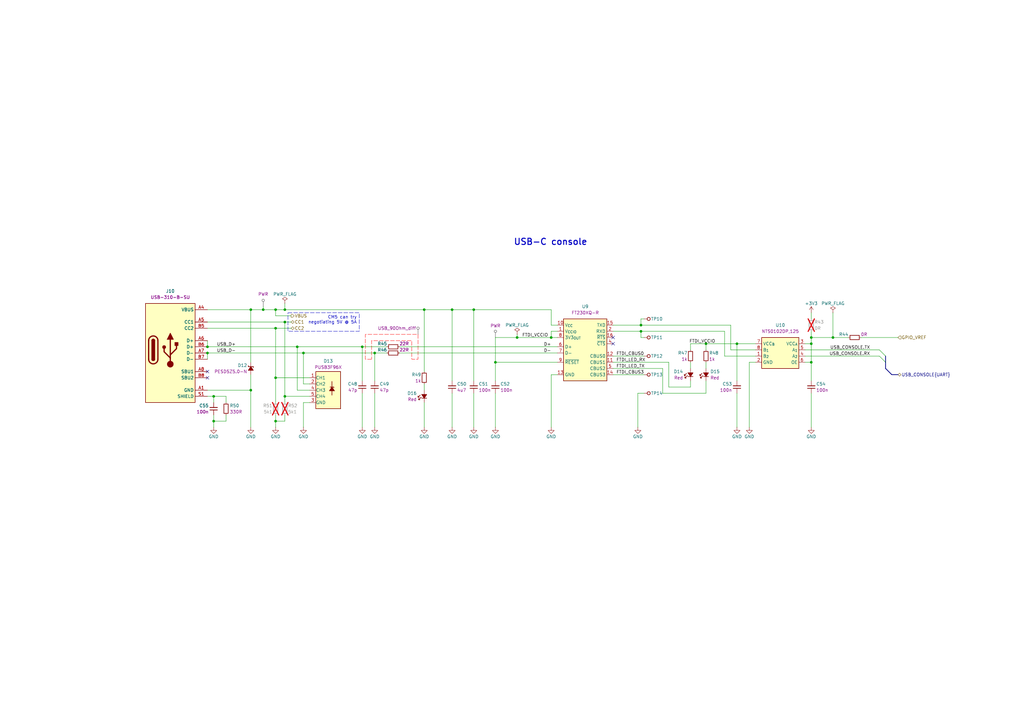
<source format=kicad_sch>
(kicad_sch (version 20250114) (generator "eeschema") (generator_version "9.0")
  (paper "A3")
  (title_block (title "ModuCard CM5 module") (date "2025-07-05") (rev "1.0.0") (company "KoNaR") (comment 1 "Project author: Dominik Pluta"))
  (lib_symbols
    (symbol "C-100n-0402_1" (pin_numbers (hide yes)) (pin_names (hide yes))
      (property "Reference" "C" (at 12.7 0 0))
      (property "Val" "100n" (at 12.7 -20.32 0))
      (symbol "C-100n-0402_1_0_1"
        (polyline (pts (xy 2.032 -1.524) (xy 2.032 1.524)) (stroke (width 0.3048)))
        (polyline (pts (xy 3.048 -1.524) (xy 3.048 1.524)) (stroke (width 0.3302)))
      )
      (symbol "C-100n-0402_1_1_1"
        (pin passive line (at 0 0 0) (length 2.032) (name "~") (number "1"))
        (pin passive line (at 5.08 0 180) (length 2.032) (name "~") (number "2"))
      )
    )
    (symbol "DW-ICs:FT230XQ-R"
      (property "Reference" "U" (at 35.56 0 0))
      (property "MPN" "FT230XQ-R" (at 35.56 -15.24 0))
      (symbol "FT230XQ-R_1_1"
        (rectangle (start 2.54 2.54) (end 20.32 -22.86) (stroke (width 0.254)) (fill (type background)))
        (pin power_in line (at 0 0 0) (length 2.54) (name "V_{CC}") (number "10"))
        (pin power_in line (at 0 -2.54 0) (length 2.54) (name "V_{CCIO}") (number "1"))
        (pin passive line (at 0 -5.08 0) (length 2.54) (name "3V3_{OUT}") (number "8"))
        (pin input line (at 0 -8.89 0) (length 2.54) (name "D+") (number "6"))
        (pin input line (at 0 -11.43 0) (length 2.54) (name "D-") (number "7"))
        (pin input line (at 0 -15.24 0) (length 2.54) (name "~{RESET}") (number "9"))
        (pin power_in line (at 0 -20.32 0) (length 2.54) (name "GND") (number "13"))
        (pin passive line (at 0 -20.32 0) (length 2.54) (hide yes) (name "GND") (number "17"))
        (pin passive line (at 0 -20.32 0) (length 2.54) (hide yes) (name "GND") (number "3"))
        (pin output line (at 22.86 0 180) (length 2.54) (name "TXD") (number "15"))
        (pin input line (at 22.86 -2.54 180) (length 2.54) (name "RXD") (number "2"))
        (pin output line (at 22.86 -5.08 180) (length 2.54) (name "~{RTS}") (number "16"))
        (pin input line (at 22.86 -7.62 180) (length 2.54) (name "~{CTS}") (number "4"))
        (pin bidirectional line (at 22.86 -12.7 180) (length 2.54) (name "CBUS0") (number "12"))
        (pin bidirectional line (at 22.86 -15.24 180) (length 2.54) (name "CBUS1") (number "11"))
        (pin bidirectional line (at 22.86 -17.78 180) (length 2.54) (name "CBUS2") (number "5"))
        (pin bidirectional line (at 22.86 -20.32 180) (length 2.54) (name "CBUS3") (number "14"))
      )
    )
    (symbol "DW-ICs:NTS0102DP"
      (property "Reference" "U" (at 31.75 0 0))
      (property "MPN" "NTS0102DP,125" (at 31.75 -15.24 0))
      (symbol "NTS0102DP_1_1"
        (rectangle (start 2.54 2.54) (end 17.78 -10.16) (stroke (width 0.254)) (fill (type background)))
        (pin power_in line (at 0 0 0) (length 2.54) (name "VCC_{A}") (number "3"))
        (pin bidirectional line (at 0 -2.54 0) (length 2.54) (name "A_{1}") (number "5"))
        (pin bidirectional line (at 0 -5.08 0) (length 2.54) (name "A_{2}") (number "4"))
        (pin input line (at 0 -7.62 0) (length 2.54) (name "OE") (number "6"))
        (pin power_in line (at 20.32 0 180) (length 2.54) (name "VCC_{B}") (number "7"))
        (pin bidirectional line (at 20.32 -2.54 180) (length 2.54) (name "B_{1}") (number "8"))
        (pin bidirectional line (at 20.32 -5.08 180) (length 2.54) (name "B_{2}") (number "1"))
        (pin power_in line (at 20.32 -7.62 180) (length 2.54) (name "GND") (number "2"))
      )
    )
    (symbol "DW-TVS:PESD5Z5" (pin_numbers (hide yes)) (pin_names (offset 0.002) (hide yes))
      (property "Reference" "D" (at 12.7 0 0))
      (property "MPN" "PESD5Z5.0-N" (at 12.7 -15.24 0))
      (symbol "PESD5Z5_0_1"
        (polyline (pts (xy 1.905 0) (xy 0.635 0)))
        (polyline (pts (xy 4.445 0) (xy 3.175 0)))
      )
      (symbol "PESD5Z5_1_1"
        (polyline (pts (xy 1.778 1.016) (xy 1.397 1.016)) (stroke (width 0.254)))
        (polyline (pts (xy 1.778 1.016) (xy 1.778 -1.016)) (stroke (width 0.254)))
        (polyline (pts (xy 2.159 -1.016) (xy 1.778 -1.016)) (stroke (width 0.254)))
        (polyline (pts (xy 3.302 1.016) (xy 3.302 -1.016) (xy 1.778 0) (xy 3.302 1.016)) (stroke (width 0.254)) (fill (type outline)))
        (pin passive line (at 0 0 0) (length 0.635) (name "C") (number "1"))
        (pin passive line (at 5.08 0 180) (length 0.635) (name "A") (number "2"))
      )
    )
    (symbol "DW-TVS:PUSB3F96X" (pin_names (offset 0.002))
      (property "Reference" "D" (at 15.24 0 0))
      (property "MPN" "PUSB3F96X" (at 15.24 -15.24 0))
      (symbol "PUSB3F96X_1_1"
        (rectangle (start 2.54 -12.7) (end 12.7 2.54) (stroke (width 0.254)) (fill (type background)))
        (polyline (pts (xy 8.382 -3.81) (xy 9.906 -3.81) (xy 9.906 -4.064)) (stroke (width 0.254)))
        (polyline (pts (xy 9.144 -1.524) (xy 9.144 -7.112)) (stroke (width 0.254)))
        (polyline (pts (xy 10.16 -5.334) (xy 9.144 -3.81) (xy 8.128 -5.334) (xy 10.16 -5.334)) (stroke (width 0.254)) (fill (type outline)))
        (pin passive line (at 0 0 0) (length 2.54) (name "CH1") (number "1"))
        (pin passive line (at 0 0 0) (length 2.54) (hide yes) (name "CH1") (number "10"))
        (pin passive line (at 0 -2.54 0) (length 2.54) (name "CH2") (number "2"))
        (pin passive line (at 0 -2.54 0) (length 2.54) (hide yes) (name "CH2") (number "9"))
        (pin passive line (at 0 -5.08 0) (length 2.54) (name "CH3") (number "4"))
        (pin passive line (at 0 -5.08 0) (length 2.54) (hide yes) (name "CH3") (number "7"))
        (pin passive line (at 0 -7.62 0) (length 2.54) (name "CH4") (number "5"))
        (pin passive line (at 0 -7.62 0) (length 2.54) (hide yes) (name "CH4") (number "6"))
        (pin passive line (at 0 -10.16 0) (length 2.54) (name "GND") (number "3"))
        (pin passive line (at 0 -10.16 0) (length 2.54) (hide yes) (name "GND") (number "8"))
      )
    )
    (symbol "DW-capacitors:C-47p-0402" (pin_numbers (hide yes)) (pin_names (hide yes))
      (property "Reference" "C" (at 12.7 0 0))
      (property "Val" "47p" (at 12.7 -20.32 0))
      (symbol "C-47p-0402_0_1"
        (polyline (pts (xy 2.032 -1.524) (xy 2.032 1.524)) (stroke (width 0.3048)))
        (polyline (pts (xy 3.048 -1.524) (xy 3.048 1.524)) (stroke (width 0.3302)))
      )
      (symbol "C-47p-0402_1_1"
        (pin passive line (at 0 0 0) (length 2.032) (name "~") (number "1"))
        (pin passive line (at 5.08 0 180) (length 2.032) (name "~") (number "2"))
      )
    )
    (symbol "DW-capacitors:C-4u7-0402" (pin_numbers (hide yes)) (pin_names (hide yes))
      (property "Reference" "C" (at 12.7 0 0))
      (property "Val" "4u7" (at 12.7 -20.32 0))
      (symbol "C-4u7-0402_0_1"
        (polyline (pts (xy 2.032 -1.524) (xy 2.032 1.524)) (stroke (width 0.3048)))
        (polyline (pts (xy 3.048 -1.524) (xy 3.048 1.524)) (stroke (width 0.3302)))
      )
      (symbol "C-4u7-0402_1_1"
        (pin passive line (at 0 0 0) (length 2.032) (name "~") (number "1"))
        (pin passive line (at 5.08 0 180) (length 2.032) (name "~") (number "2"))
      )
    )
    (symbol "DW-connectors:USB-C_USB-310-B-SU"
      (property "Reference" "J" (at 27.94 0 0))
      (property "MPN" "USB-310-B-SU" (at 27.94 -15.24 0))
      (symbol "USB-C_USB-310-B-SU_0_1"
        (rectangle (start 13.335 -14.732) (end 12.065 -13.462) (stroke (width 0.254)) (fill (type outline)))
        (polyline (pts (xy 15.24 -18.542) (xy 12.7 -16.002) (xy 12.7 -14.732)) (stroke (width 0.508)))
        (polyline (pts (xy 15.24 -19.812) (xy 17.78 -17.272) (xy 17.78 -16.002)) (stroke (width 0.508)))
        (polyline (pts (xy 15.24 -22.352) (xy 15.24 -12.192)) (stroke (width 0.508)))
        (circle (center 15.24 -22.352) (radius 1.27) (fill (type outline)))
        (polyline (pts (xy 16.51 -12.192) (xy 15.24 -9.652) (xy 13.97 -12.192) (xy 16.51 -12.192)) (stroke (width 0.254)) (fill (type outline)))
        (circle (center 17.78 -15.367) (radius 0.635) (stroke (width 0.254)) (fill (type outline)))
        (polyline (pts (xy 20.32 -12.7) (xy 20.32 -20.32)) (stroke (width 0.508)))
        (arc (start 21.59 -12.7) (mid 22.225 -12.0677) (end 22.86 -12.7) (stroke (width 0.254)))
        (arc (start 21.59 -12.7) (mid 22.225 -12.0677) (end 22.86 -12.7) (stroke (width 0.254)) (fill (type outline)))
        (arc (start 20.32 -12.7) (mid 22.225 -10.8033) (end 24.13 -12.7) (stroke (width 0.508)))
        (arc (start 24.13 -20.32) (mid 22.225 -22.2167) (end 20.32 -20.32) (stroke (width 0.508)))
        (arc (start 22.86 -20.32) (mid 22.225 -20.9523) (end 21.59 -20.32) (stroke (width 0.254)))
        (arc (start 22.86 -20.32) (mid 22.225 -20.9523) (end 21.59 -20.32) (stroke (width 0.254)) (fill (type outline)))
        (rectangle (start 22.86 -20.32) (end 21.59 -12.7) (stroke (width 0.254)) (fill (type outline)))
        (polyline (pts (xy 24.13 -20.32) (xy 24.13 -12.7)) (stroke (width 0.508)))
        (rectangle (start 25.4 2.54) (end 5.08 -38.1) (stroke (width 0.254)) (fill (type background)))
      )
      (symbol "USB-C_USB-310-B-SU_1_1"
        (pin passive line (at 0 0 0) (length 5.08) (name "VBUS") (number "A4"))
        (pin passive line (at 0 0 0) (length 5.08) (hide yes) (name "VBUS") (number "A9"))
        (pin passive line (at 0 0 0) (length 5.08) (hide yes) (name "VBUS") (number "B4"))
        (pin passive line (at 0 0 0) (length 5.08) (hide yes) (name "VBUS") (number "B9"))
        (pin bidirectional line (at 0 -5.08 0) (length 5.08) (name "CC1") (number "A5"))
        (pin bidirectional line (at 0 -7.62 0) (length 5.08) (name "CC2") (number "B5"))
        (pin bidirectional line (at 0 -12.7 0) (length 5.08) (name "D+") (number "A6"))
        (pin bidirectional line (at 0 -15.24 0) (length 5.08) (name "D+") (number "B6"))
        (pin bidirectional line (at 0 -17.78 0) (length 5.08) (name "D-") (number "A7"))
        (pin bidirectional line (at 0 -20.32 0) (length 5.08) (name "D-") (number "B7"))
        (pin bidirectional line (at 0 -25.4 0) (length 5.08) (name "SBU1") (number "A8"))
        (pin bidirectional line (at 0 -27.94 0) (length 5.08) (name "SBU2") (number "B8"))
        (pin power_in line (at 0 -33.02 0) (length 5.08) (name "GND") (number "A1"))
        (pin passive line (at 0 -33.02 0) (length 5.08) (hide yes) (name "GND") (number "A12"))
        (pin passive line (at 0 -33.02 0) (length 5.08) (hide yes) (name "GND") (number "B1"))
        (pin passive line (at 0 -33.02 0) (length 5.08) (hide yes) (name "GND") (number "B12"))
        (pin passive line (at 0 -35.56 0) (length 5.08) (name "SHIELD") (number "S1"))
      )
    )
    (symbol "DW-diodes:LED-R-0603_KT-0603R" (pin_numbers (hide yes)) (pin_names (hide yes))
      (property "Reference" "D" (at 12.7 0 0))
      (property "Color" "Red" (at 12.7 -20.32 0))
      (symbol "LED-R-0603_KT-0603R_0_1"
        (polyline (pts (xy 1.905 0) (xy 0.635 0)))
        (polyline (pts (xy 4.445 0) (xy 3.175 0)))
      )
      (symbol "LED-R-0603_KT-0603R_1_1"
        (polyline (pts (xy 1.143 2.286) (xy 1.143 1.778) (xy 1.143 2.286) (xy 1.651 2.286) (xy 1.143 2.286) (xy 2.159 1.27)) (stroke (width 0.254)))
        (polyline (pts (xy 1.778 1.016) (xy 1.778 -1.016)) (stroke (width 0.254)))
        (polyline (pts (xy 2.159 2.54) (xy 2.159 2.032) (xy 2.159 2.54) (xy 2.667 2.54) (xy 2.159 2.54) (xy 3.048 1.651)) (stroke (width 0.254)))
        (polyline (pts (xy 3.302 1.016) (xy 3.302 -1.016) (xy 1.778 0) (xy 3.302 1.016)) (stroke (width 0.254)) (fill (type outline)))
        (pin passive line (at 0 0 0) (length 0.635) (name "C") (number "1"))
        (pin passive line (at 5.08 0 180) (length 0.635) (name "A") (number "2"))
      )
    )
    (symbol "DW-power-symbols:+3V3" (power) (pin_numbers (hide yes)) (pin_names (offset 0) (hide yes))
      (property "Value" "+3V3" (at 0 3.556 0))
      (symbol "+3V3_0_1"
        (polyline (pts (xy -0.762 1.27) (xy 0 2.54)))
        (polyline (pts (xy 0 2.54) (xy 0.762 1.27)))
        (polyline (pts (xy 0 0) (xy 0 2.54)))
      )
      (symbol "+3V3_1_1"
        (pin power_in line (at 0 0 90) (length 0) (name "~") (number "1"))
      )
    )
    (symbol "DW-power-symbols:GND" (power) (pin_numbers (hide yes)) (pin_names (offset 0) (hide yes))
      (property "Value" "GND" (at 0 -3.81 0))
      (symbol "GND_0_1"
        (polyline (pts (xy 0 0) (xy 0 -1.27) (xy 1.27 -1.27) (xy 0 -2.54) (xy -1.27 -1.27) (xy 0 -1.27)))
      )
      (symbol "GND_1_1"
        (pin power_in line (at 0 0 270) (length 0) (name "~") (number "1"))
      )
    )
    (symbol "DW-power-symbols:PWR_FLAG" (power) (pin_numbers (hide yes)) (pin_names (offset 0) (hide yes))
      (property "Value" "PWR_FLAG" (at 0 3.81 0))
      (symbol "PWR_FLAG_0_0"
        (pin power_out line (at 0 0 90) (length 0) (name "~") (number "1"))
      )
      (symbol "PWR_FLAG_0_1"
        (polyline (pts (xy 0 0) (xy 0 1.27) (xy -1.016 1.905) (xy 0 2.54) (xy 1.016 1.905) (xy 0 1.27)))
      )
    )
    (symbol "DW-resistors:R-0R-0402" (pin_numbers (hide yes)) (pin_names (offset 0) (hide yes))
      (property "Reference" "R" (at 12.7 0 0))
      (property "Val" "0R" (at 12.7 -20.32 0))
      (symbol "R-0R-0402_0_1"
        (rectangle (start 0.635 0.889) (end 4.445 -0.889) (stroke (width 0.254)))
      )
      (symbol "R-0R-0402_1_1"
        (pin passive line (at 0 0 0) (length 0.635) (name "~") (number "1"))
        (pin passive line (at 5.08 0 180) (length 0.635) (name "~") (number "2"))
      )
    )
    (symbol "DW-resistors:R-1k-0402" (pin_numbers (hide yes)) (pin_names (offset 0) (hide yes))
      (property "Reference" "R" (at 12.7 0 0))
      (property "Val" "1k" (at 12.7 -20.32 0))
      (symbol "R-1k-0402_0_1"
        (rectangle (start 0.635 0.889) (end 4.445 -0.889) (stroke (width 0.254)))
      )
      (symbol "R-1k-0402_1_1"
        (pin passive line (at 0 0 0) (length 0.635) (name "~") (number "1"))
        (pin passive line (at 5.08 0 180) (length 0.635) (name "~") (number "2"))
      )
    )
    (symbol "DW-resistors:R-22R-0402" (pin_numbers (hide yes)) (pin_names (offset 0) (hide yes))
      (property "Reference" "R" (at 12.7 0 0))
      (property "Val" "22R" (at 12.7 -20.32 0))
      (symbol "R-22R-0402_0_1"
        (rectangle (start 0.635 0.889) (end 4.445 -0.889) (stroke (width 0.254)))
      )
      (symbol "R-22R-0402_1_1"
        (pin passive line (at 0 0 0) (length 0.635) (name "~") (number "1"))
        (pin passive line (at 5.08 0 180) (length 0.635) (name "~") (number "2"))
      )
    )
    (symbol "DW-resistors:R-330r-0402" (pin_numbers (hide yes)) (pin_names (offset 0) (hide yes))
      (property "Reference" "R" (at 12.7 0 0))
      (property "Val" "330R" (at 12.7 -20.32 0))
      (symbol "R-330r-0402_0_1"
        (rectangle (start 0.635 0.889) (end 4.445 -0.889) (stroke (width 0.254)))
      )
      (symbol "R-330r-0402_1_1"
        (pin passive line (at 0 0 0) (length 0.635) (name "~") (number "1"))
        (pin passive line (at 5.08 0 180) (length 0.635) (name "~") (number "2"))
      )
    )
    (symbol "DW-resistors:R-5k1-0402" (pin_numbers (hide yes)) (pin_names (offset 0) (hide yes))
      (property "Reference" "R" (at 12.7 0 0))
      (property "Val" "5k1" (at 12.7 -20.32 0))
      (symbol "R-5k1-0402_0_1"
        (rectangle (start 0.635 0.889) (end 4.445 -0.889) (stroke (width 0.254)))
      )
      (symbol "R-5k1-0402_1_1"
        (pin passive line (at 0 0 0) (length 0.635) (name "~") (number "1"))
        (pin passive line (at 5.08 0 180) (length 0.635) (name "~") (number "2"))
      )
    )
    (symbol "DW-test-points:TP_SMD_0.75mm" (pin_numbers (hide yes)) (pin_names (hide yes)) (in_bom no)
      (property "Reference" "TP" (at 3.81 0 0))
      (symbol "TP_SMD_0.75mm_1_1"
        (circle (center 1.905 0) (radius 0.635) (stroke (width 0.254)))
        (pin passive line (at 0 0 0) (length 1.27) (name "1") (number "1"))
      )
    )
  )
  (bus_alias "UART" (members "TX" "RX"))
  (bus_alias "USB" (members "D+" "D-"))
  (text "USB-C console" (at 225.806 100.838 0) (effects (font (size 2.54 2.54) (thickness 0.4) (bold yes)) (justify bottom)))
  (text_box "CM5 can try\nnegotiating 5V @ 5A" (at 118.11 128.27 0) (size 29.21 7.62) (margins 0.9525 0.9525 0.9525 0.9525) (stroke (width 0) (type dash)) (effects (font (size 1.27 1.27)) (justify right top)))
  (junction (at 121.92 142.24))
  (junction (at 341.63 138.43))
  (junction (at 262.89 133.35))
  (junction (at 173.99 127))
  (junction (at 113.03 154.94))
  (junction (at 194.31 127))
  (junction (at 212.09 138.43))
  (junction (at 113.03 127))
  (junction (at 153.67 144.78))
  (junction (at 116.84 162.56))
  (junction (at 332.74 140.97))
  (junction (at 226.06 138.43))
  (junction (at 332.74 148.59))
  (junction (at 85.09 142.24))
  (junction (at 87.63 162.56))
  (junction (at 85.09 144.78))
  (junction (at 302.26 140.97))
  (junction (at 107.95 127))
  (junction (at 148.59 142.24))
  (junction (at 102.87 127))
  (junction (at 262.89 135.89))
  (junction (at 185.42 127))
  (junction (at 289.56 140.97))
  (junction (at 116.84 132.08))
  (junction (at 116.84 127))
  (junction (at 124.46 144.78))
  (junction (at 113.03 134.62))
  (junction (at 203.2 148.59))
  (junction (at 113.03 172.72))
  (junction (at 87.63 172.72))
  (junction (at 332.74 138.43))
  (junction (at 102.87 160.02))
  (no_connect (at 251.46 138.43))
  (no_connect (at 85.09 154.94))
  (no_connect (at 85.09 152.4))
  (no_connect (at 251.46 140.97))
  (bus_entry (at 360.68 146.05) (size 2.54 2.54))
  (bus_entry (at 360.68 143.51) (size 2.54 2.54))
  (wire (pts (xy 226.06 138.43) (xy 228.6 138.43)))
  (wire (pts (xy 113.03 172.72) (xy 113.03 175.26)))
  (wire (pts (xy 116.84 124.46) (xy 116.84 127)))
  (wire (pts (xy 116.84 162.56) (xy 127 162.56)))
  (wire (pts (xy 124.46 144.78) (xy 153.67 144.78)))
  (wire (pts (xy 203.2 148.59) (xy 228.6 148.59)))
  (wire (pts (xy 113.03 134.62) (xy 85.09 134.62)))
  (wire (pts (xy 302.26 140.97) (xy 309.88 140.97)))
  (wire (pts (xy 148.59 142.24) (xy 148.59 156.21)))
  (wire (pts (xy 299.72 143.51) (xy 309.88 143.51)))
  (wire (pts (xy 107.95 125.73) (xy 107.95 127)))
  (wire (pts (xy 261.62 161.29) (xy 264.16 161.29)))
  (wire (pts (xy 87.63 172.72) (xy 87.63 175.26)))
  (wire (pts (xy 87.63 162.56) (xy 92.71 162.56)))
  (wire (pts (xy 302.26 175.26) (xy 302.26 161.29)))
  (wire (pts (xy 148.59 175.26) (xy 148.59 161.29)))
  (wire (pts (xy 113.03 172.72) (xy 116.84 172.72)))
  (wire (pts (xy 330.2 140.97) (xy 332.74 140.97)))
  (wire (pts (xy 262.89 133.35) (xy 299.72 133.35)))
  (wire (pts (xy 87.63 162.56) (xy 87.63 165.1)))
  (wire (pts (xy 102.87 160.02) (xy 102.87 175.26)))
  (wire (pts (xy 262.89 130.81) (xy 262.89 133.35)))
  (wire (pts (xy 173.99 127) (xy 173.99 152.4)))
  (wire (pts (xy 289.56 156.21) (xy 289.56 161.29)))
  (wire (pts (xy 153.67 144.78) (xy 158.75 144.78)))
  (wire (pts (xy 119.38 129.54) (xy 113.03 129.54)))
  (bus (pts (xy 363.22 148.59) (xy 363.22 151.13)))
  (wire (pts (xy 102.87 148.59) (xy 102.87 127)))
  (wire (pts (xy 307.34 148.59) (xy 307.34 175.26)))
  (wire (pts (xy 194.31 127) (xy 226.06 127)))
  (wire (pts (xy 226.06 133.35) (xy 228.6 133.35)))
  (wire (pts (xy 85.09 139.7) (xy 85.09 142.24)))
  (wire (pts (xy 153.67 144.78) (xy 153.67 156.21)))
  (wire (pts (xy 121.92 160.02) (xy 127 160.02)))
  (wire (pts (xy 297.18 146.05) (xy 309.88 146.05)))
  (wire (pts (xy 124.46 165.1) (xy 127 165.1)))
  (wire (pts (xy 124.46 144.78) (xy 124.46 157.48)))
  (wire (pts (xy 85.09 144.78) (xy 85.09 147.32)))
  (wire (pts (xy 203.2 138.43) (xy 212.09 138.43)))
  (bus (pts (xy 363.22 146.05) (xy 363.22 148.59)))
  (wire (pts (xy 116.84 132.08) (xy 116.84 162.56)))
  (bus (pts (xy 365.76 153.67) (xy 363.22 151.13)))
  (wire (pts (xy 264.16 130.81) (xy 262.89 130.81)))
  (wire (pts (xy 271.78 161.29) (xy 289.56 161.29)))
  (wire (pts (xy 332.74 148.59) (xy 332.74 156.21)))
  (wire (pts (xy 116.84 132.08) (xy 119.38 132.08)))
  (wire (pts (xy 203.2 148.59) (xy 203.2 138.43)))
  (wire (pts (xy 332.74 128.27) (xy 332.74 130.81)))
  (wire (pts (xy 353.06 138.43) (xy 368.3 138.43)))
  (wire (pts (xy 127 154.94) (xy 113.03 154.94)))
  (wire (pts (xy 332.74 140.97) (xy 332.74 148.59)))
  (wire (pts (xy 203.2 175.26) (xy 203.2 161.29)))
  (wire (pts (xy 332.74 175.26) (xy 332.74 161.29)))
  (wire (pts (xy 173.99 165.1) (xy 173.99 175.26)))
  (wire (pts (xy 124.46 165.1) (xy 124.46 175.26)))
  (wire (pts (xy 289.56 140.97) (xy 289.56 143.51)))
  (wire (pts (xy 92.71 162.56) (xy 92.71 165.1)))
  (wire (pts (xy 92.71 170.18) (xy 92.71 172.72)))
  (wire (pts (xy 85.09 162.56) (xy 87.63 162.56)))
  (wire (pts (xy 251.46 135.89) (xy 262.89 135.89)))
  (wire (pts (xy 87.63 170.18) (xy 87.63 172.72)))
  (wire (pts (xy 173.99 157.48) (xy 173.99 160.02)))
  (wire (pts (xy 85.09 132.08) (xy 116.84 132.08)))
  (wire (pts (xy 113.03 134.62) (xy 113.03 154.94)))
  (wire (pts (xy 274.32 158.75) (xy 274.32 148.59)))
  (wire (pts (xy 299.72 133.35) (xy 299.72 143.51)))
  (wire (pts (xy 102.87 153.67) (xy 102.87 160.02)))
  (wire (pts (xy 116.84 170.18) (xy 116.84 172.72)))
  (wire (pts (xy 127 157.48) (xy 124.46 157.48)))
  (wire (pts (xy 251.46 133.35) (xy 262.89 133.35)))
  (wire (pts (xy 271.78 151.13) (xy 271.78 161.29)))
  (wire (pts (xy 289.56 148.59) (xy 289.56 151.13)))
  (wire (pts (xy 113.03 127) (xy 113.03 129.54)))
  (wire (pts (xy 116.84 162.56) (xy 116.84 165.1)))
  (wire (pts (xy 262.89 135.89) (xy 297.18 135.89)))
  (wire (pts (xy 113.03 127) (xy 116.84 127)))
  (wire (pts (xy 332.74 138.43) (xy 341.63 138.43)))
  (wire (pts (xy 283.21 148.59) (xy 283.21 151.13)))
  (wire (pts (xy 212.09 138.43) (xy 212.09 137.16)))
  (wire (pts (xy 107.95 127) (xy 113.03 127)))
  (wire (pts (xy 185.42 175.26) (xy 185.42 161.29)))
  (wire (pts (xy 113.03 154.94) (xy 113.03 165.1)))
  (wire (pts (xy 226.06 175.26) (xy 226.06 153.67)))
  (wire (pts (xy 163.83 142.24) (xy 228.6 142.24)))
  (wire (pts (xy 113.03 170.18) (xy 113.03 172.72)))
  (wire (pts (xy 341.63 138.43) (xy 347.98 138.43)))
  (wire (pts (xy 264.16 138.43) (xy 262.89 138.43)))
  (wire (pts (xy 173.99 127) (xy 185.42 127)))
  (wire (pts (xy 261.62 161.29) (xy 261.62 175.26)))
  (wire (pts (xy 341.63 128.27) (xy 341.63 138.43)))
  (wire (pts (xy 251.46 146.05) (xy 264.16 146.05)))
  (wire (pts (xy 302.26 140.97) (xy 302.26 156.21)))
  (wire (pts (xy 262.89 135.89) (xy 262.89 138.43)))
  (wire (pts (xy 163.83 144.78) (xy 228.6 144.78)))
  (wire (pts (xy 297.18 135.89) (xy 297.18 146.05)))
  (wire (pts (xy 226.06 138.43) (xy 226.06 135.89)))
  (wire (pts (xy 251.46 148.59) (xy 274.32 148.59)))
  (wire (pts (xy 185.42 127) (xy 185.42 156.21)))
  (wire (pts (xy 332.74 138.43) (xy 332.74 140.97)))
  (wire (pts (xy 226.06 153.67) (xy 228.6 153.67)))
  (wire (pts (xy 148.59 142.24) (xy 158.75 142.24)))
  (wire (pts (xy 113.03 134.62) (xy 119.38 134.62)))
  (wire (pts (xy 194.31 127) (xy 194.31 156.21)))
  (wire (pts (xy 330.2 148.59) (xy 332.74 148.59)))
  (wire (pts (xy 85.09 160.02) (xy 102.87 160.02)))
  (wire (pts (xy 85.09 144.78) (xy 124.46 144.78)))
  (wire (pts (xy 251.46 153.67) (xy 264.16 153.67)))
  (bus (pts (xy 365.76 153.67) (xy 368.3 153.67)))
  (wire (pts (xy 283.21 140.97) (xy 289.56 140.97)))
  (wire (pts (xy 283.21 140.97) (xy 283.21 143.51)))
  (wire (pts (xy 85.09 142.24) (xy 121.92 142.24)))
  (wire (pts (xy 283.21 158.75) (xy 274.32 158.75)))
  (wire (pts (xy 289.56 140.97) (xy 302.26 140.97)))
  (wire (pts (xy 121.92 142.24) (xy 121.92 160.02)))
  (wire (pts (xy 330.2 143.51) (xy 360.68 143.51)))
  (wire (pts (xy 283.21 156.21) (xy 283.21 158.75)))
  (wire (pts (xy 153.67 175.26) (xy 153.67 161.29)))
  (wire (pts (xy 228.6 135.89) (xy 226.06 135.89)))
  (wire (pts (xy 92.71 172.72) (xy 87.63 172.72)))
  (wire (pts (xy 307.34 148.59) (xy 309.88 148.59)))
  (wire (pts (xy 332.74 135.89) (xy 332.74 138.43)))
  (wire (pts (xy 121.92 142.24) (xy 148.59 142.24)))
  (wire (pts (xy 116.84 127) (xy 173.99 127)))
  (wire (pts (xy 251.46 151.13) (xy 271.78 151.13)))
  (wire (pts (xy 330.2 146.05) (xy 360.68 146.05)))
  (wire (pts (xy 102.87 127) (xy 107.95 127)))
  (wire (pts (xy 185.42 127) (xy 194.31 127)))
  (wire (pts (xy 226.06 133.35) (xy 226.06 127)))
  (wire (pts (xy 85.09 127) (xy 102.87 127)))
  (wire (pts (xy 194.31 175.26) (xy 194.31 161.29)))
  (wire (pts (xy 203.2 148.59) (xy 203.2 156.21)))
  (wire (pts (xy 212.09 138.43) (xy 226.06 138.43)))
  (label "FTDI_LED_RX" (at 252.73 148.59 0))
  (label "USB_D+" (at 88.9 142.24 0))
  (label "FTDI_LED_TX" (at 252.73 151.13 0))
  (label "FTDI_VCCIO" (at 293.37 140.97 180))
  (label "D-" (at 226.06 144.78 180))
  (label "FTDI_CBUS0" (at 252.73 146.05 0))
  (label "USB_CONSOLE.TX" (at 356.87 143.51 180))
  (label "USB_D-" (at 88.9 144.78 0))
  (label "FTDI_VCCIO" (at 224.79 138.43 180))
  (label "USB_CONSOLE.RX" (at 356.87 146.05 180))
  (label "FTDI_CBUS3" (at 252.73 153.67 0))
  (label "D+" (at 226.06 142.24 180))
  (hierarchical_label "USB_CONSOLE{UART}" (shape bidirectional) (at 368.3 153.67 0))
  (hierarchical_label "VBUS" (shape output) (at 119.38 129.54 0))
  (hierarchical_label "GPIO_VREF" (shape input) (at 368.3 138.43 0))
  (hierarchical_label "CC2" (shape bidirectional) (at 119.38 134.62 0))
  (hierarchical_label "CC1" (shape bidirectional) (at 119.38 132.08 0))
  (rule_area (polyline (pts (xy 152.4 147.32) (xy 149.86 147.32) (xy 149.86 137.16) (xy 171.45 137.16) (xy 171.45 147.32) (xy 168.91 147.32) (xy 168.91 139.7) (xy 152.4 139.7)) (stroke (width 0) (type dash))))
  (netclass_flag "" (length 2.54) (shape round) (at 107.95 125.73 0) (property "Netclass" "PWR" (at 107.95 120.65 0)))
  (netclass_flag "" (length 2.54) (shape round) (at 171.45 137.16 0) (property "Netclass" "USB_90Ohm_diff" (at 170.688 134.62 0) (effects (justify right))))
  (netclass_flag "" (length 2.54) (shape round) (at 203.2 138.43 0) (property "Netclass" "PWR" (at 203.2 133.604 0)))
  (symbol (lib_id "DW-capacitors:C-4u7-0402") (at 185.42 161.29 90) (unit 1)
    (property "Reference" "C50" (at 187.452 157.48 90) (effects (justify right)))
    (property "Value" "C-4u7-0402" (effects (hide yes)))
    (property "Footprint" "DW-footprints:C_0402_1005Metric" (effects (hide yes)))
    (property "Datasheet" "https://lcsc.com/datasheet/lcsc_datasheet_2304140030_Samsung-Electro-Mechanics-CL05A475MP5NRNC_C23733.pdf" (effects (hide yes)))
    (property "Description" "10V 4.7uF X5R ±20% 0402 Multilayer Ceramic Capacitors MLCC - SMD/SMT ROHS" (effects (hide yes)))
    (property "Manufacturer" "Samsung Electro-Mechanics" (effects (hide yes)))
    (property "MPN" "CL05A475MP5NRNC" (effects (hide yes)))
    (property "LCSC" "C23733" (effects (hide yes)))
    (property "Val" "4u7" (at 187.452 160.02 90) (effects (justify right)))
    (property "Tolerance" "20%" (effects (hide yes)))
    (property "Voltage" "10V" (effects (hide yes)))
    (property "Dielectric" "X5R" (effects (hide yes)))
  )
  (symbol (lib_id "DW-test-points:TP_SMD_0.75mm") (at 264.16 161.29 0) (unit 1) (in_bom no)
    (property "Reference" "TP14" (at 266.954 161.29 0) (effects (justify left)))
    (property "Value" "TP_SMD_0.75mm" (effects (hide yes)))
    (property "Footprint" "DW-footprints:TP_SMD_0.75mm" (effects (hide yes)))
    (property "Description" "Test point, SMD, round, 0.75mm diameter" (effects (hide yes)))
  )
  (symbol (lib_id "DW-resistors:R-1k-0402") (at 173.99 157.48 90) (unit 1)
    (property "Reference" "R49" (at 172.72 153.67 90) (effects (justify left)))
    (property "Value" "R-1k-0402" (effects (hide yes)))
    (property "Footprint" "DW-footprints:R_0402_1005Metric" (effects (hide yes)))
    (property "Datasheet" "https://lcsc.com/datasheet/lcsc_datasheet_2411221126_UNI-ROYAL-Uniroyal-Elec-0402WGF1001TCE_C11702.pdf" (effects (hide yes)))
    (property "Description" "62.5mW Thick Film Resistor 50V ±100ppm/℃ ±1% 1kΩ 0402 Chip Resistor - Surface Mount ROHS" (effects (hide yes)))
    (property "Manufacturer" "UNI-ROYAL(Uniroyal Elec)" (effects (hide yes)))
    (property "MPN" "0402WGF1001TCE" (effects (hide yes)))
    (property "LCSC" "C11702" (effects (hide yes)))
    (property "Val" "1k" (at 172.72 156.21 90) (effects (justify left)))
    (property "Tolerance" "1%" (effects (hide yes)))
  )
  (symbol (lib_id "DW-power-symbols:PWR_FLAG") (at 212.09 137.16 0) (unit 1)
    (property "Reference" "#FLG011" (effects (hide yes)))
    (property "Value" "PWR_FLAG" (at 212.09 133.35 0))
    (property "Description" "Special symbol for telling ERC where power comes from" (effects (hide yes)))
  )
  (symbol (lib_id "DW-power-symbols:GND") (at 203.2 175.26 0) (mirror y) (unit 1)
    (property "Reference" "#PWR0125" (effects (hide yes)))
    (property "Value" "GND" (at 203.2 179.07 0))
    (property "Description" "Power symbol creates a global label with name \"GND\" , ground" (effects (hide yes)))
  )
  (symbol (lib_id "DW-resistors:R-1k-0402") (at 283.21 148.59 90) (unit 1)
    (property "Reference" "R47" (at 281.94 144.78 90) (effects (justify left)))
    (property "Value" "R-1k-0402" (effects (hide yes)))
    (property "Footprint" "DW-footprints:R_0402_1005Metric" (effects (hide yes)))
    (property "Datasheet" "https://lcsc.com/datasheet/lcsc_datasheet_2411221126_UNI-ROYAL-Uniroyal-Elec-0402WGF1001TCE_C11702.pdf" (effects (hide yes)))
    (property "Description" "62.5mW Thick Film Resistor 50V ±100ppm/℃ ±1% 1kΩ 0402 Chip Resistor - Surface Mount ROHS" (effects (hide yes)))
    (property "Manufacturer" "UNI-ROYAL(Uniroyal Elec)" (effects (hide yes)))
    (property "MPN" "0402WGF1001TCE" (effects (hide yes)))
    (property "LCSC" "C11702" (effects (hide yes)))
    (property "Val" "1k" (at 281.94 147.32 90) (effects (justify left)))
    (property "Tolerance" "1%" (effects (hide yes)))
  )
  (symbol (lib_id "DW-ICs:NTS0102DP") (at 330.2 140.97 0) (mirror y) (unit 1)
    (property "Reference" "U10" (at 320.04 133.35 0))
    (property "Value" "NTS0102DP" (effects (hide yes)))
    (property "Footprint" "DW-footprints:TSSOP-8_3x3mm_P0.65mm" (effects (hide yes)))
    (property "Datasheet" "https://lcsc.com/datasheet/lcsc_datasheet_2411220148_NXP-NTS0102DP-125_C2802636.pdf" (effects (hide yes)))
    (property "Description" "TSSOP-8-3.0mm Translators, Level Shifters, 1.65 V to 3.6 V" (effects (hide yes)))
    (property "Manufacturer" "NXP" (effects (hide yes)))
    (property "MPN" "NTS0102DP,125" (at 320.04 135.89 0))
    (property "LCSC" "C2802636" (effects (hide yes)))
  )
  (symbol (lib_id "DW-diodes:LED-R-0603_KT-0603R") (at 289.56 156.21 90) (unit 1)
    (property "Reference" "D15" (at 291.338 152.4 90) (effects (justify right)))
    (property "Value" "LED-R-0603_KT-0603R" (effects (hide yes)))
    (property "Footprint" "DW-footprints:LED_0603_1608Metric_R" (effects (hide yes)))
    (property "Datasheet" "https://lcsc.com/datasheet/lcsc_datasheet_2507101606_Hubei-KENTO-Elec-KT-0603R_C2286.pdf" (effects (hide yes)))
    (property "Description" "-40℃~+85℃ Red 0603 LED Indication - Discrete ROHS" (effects (hide yes)))
    (property "Manufacturer" "Hubei KENTO Elec" (effects (hide yes)))
    (property "MPN" "KT-0603R" (effects (hide yes)))
    (property "LCSC" "C2286" (effects (hide yes)))
    (property "Color" "Red" (at 291.338 154.94 90) (effects (justify right)))
    (property "Forward voltage" "1.8V-2.4V " (effects (hide yes)))
  )
  (symbol (lib_id "DW-power-symbols:GND") (at 153.67 175.26 0) (mirror y) (unit 1)
    (property "Reference" "#PWR0121" (effects (hide yes)))
    (property "Value" "GND" (at 153.67 179.07 0))
    (property "Description" "Power symbol creates a global label with name \"GND\" , ground" (effects (hide yes)))
  )
  (symbol (lib_id "DW-power-symbols:+3V3") (at 332.74 128.27 0) (unit 1)
    (property "Reference" "#PWR0115" (effects (hide yes)))
    (property "Value" "+3V3" (at 332.74 124.46 0))
    (property "Description" "Power symbol creates a global label with name \"+3V3\"" (effects (hide yes)))
  )
  (symbol (lib_id "DW-test-points:TP_SMD_0.75mm") (at 264.16 153.67 0) (unit 1) (in_bom no)
    (property "Reference" "TP13" (at 266.954 153.67 0) (effects (justify left)))
    (property "Value" "TP_SMD_0.75mm" (effects (hide yes)))
    (property "Footprint" "DW-footprints:TP_SMD_0.75mm" (effects (hide yes)))
    (property "Description" "Test point, SMD, round, 0.75mm diameter" (effects (hide yes)))
  )
  (symbol (lib_id "DW-power-symbols:GND") (at 124.46 175.26 0) (mirror y) (unit 1)
    (property "Reference" "#PWR0119" (effects (hide yes)))
    (property "Value" "GND" (at 124.46 179.07 0))
    (property "Description" "Power symbol creates a global label with name \"GND\" , ground" (effects (hide yes)))
  )
  (symbol (lib_id "DW-resistors:R-22R-0402") (at 158.75 142.24 0) (unit 1)
    (property "Reference" "R45" (at 158.75 140.97 0) (effects (justify right)))
    (property "Value" "R-22R-0402" (effects (hide yes)))
    (property "Footprint" "DW-footprints:R_0402_1005Metric" (effects (hide yes)))
    (property "Datasheet" "https://lcsc.com/datasheet/lcsc_datasheet_2411221126_UNI-ROYAL-0402WGF220JTCE_C25092.pdf" (effects (hide yes)))
    (property "Description" "62.5mW Thick Film Resistor 50V ±1% ±100ppm/℃ 22Ω 0402 Chip Resistor - Surface Mount ROHS" (effects (hide yes)))
    (property "Manufacturer" "UNI-ROYAL(Uniroyal Elec)" (effects (hide yes)))
    (property "MPN" "0402WGF220JTCE" (effects (hide yes)))
    (property "LCSC" "C25092" (effects (hide yes)))
    (property "Val" "22R" (at 163.83 140.97 0) (effects (justify left)))
    (property "Tolerance" "1%" (effects (hide yes)))
  )
  (symbol (lib_id "DW-power-symbols:GND") (at 185.42 175.26 0) (mirror y) (unit 1)
    (property "Reference" "#PWR0123" (effects (hide yes)))
    (property "Value" "GND" (at 185.42 179.07 0))
    (property "Description" "Power symbol creates a global label with name \"GND\" , ground" (effects (hide yes)))
  )
  (symbol (lib_id "DW-power-symbols:GND") (at 87.63 175.26 0) (unit 1)
    (property "Reference" "#PWR0116" (effects (hide yes)))
    (property "Value" "GND" (at 87.63 179.07 0))
    (property "Description" "Power symbol creates a global label with name \"GND\" , ground" (effects (hide yes)))
  )
  (symbol (lib_id "DW-power-symbols:GND") (at 102.87 175.26 0) (mirror y) (unit 1)
    (property "Reference" "#PWR0117" (effects (hide yes)))
    (property "Value" "GND" (at 102.87 179.07 0))
    (property "Description" "Power symbol creates a global label with name \"GND\" , ground" (effects (hide yes)))
  )
  (symbol (lib_id "DW-power-symbols:GND") (at 307.34 175.26 0) (mirror y) (unit 1)
    (property "Reference" "#PWR0129" (effects (hide yes)))
    (property "Value" "GND" (at 307.34 179.07 0))
    (property "Description" "Power symbol creates a global label with name \"GND\" , ground" (effects (hide yes)))
  )
  (symbol (lib_id "DW-resistors:R-330r-0402") (at 92.71 170.18 90) (unit 1)
    (property "Reference" "R50" (at 94.234 166.37 90) (effects (justify right)))
    (property "Value" "R-330r-0402" (effects (hide yes)))
    (property "Footprint" "DW-footprints:R_0402_1005Metric" (effects (hide yes)))
    (property "Datasheet" "https://lcsc.com/datasheet/lcsc_datasheet_2411221126_UNI-ROYAL-0402WGF3300TCE_C25104.pdf" (effects (hide yes)))
    (property "Description" "62.5mW Thick Film Resistor 50V ±100ppm/℃ ±1% 330Ω 0402 Chip Resistor - Surface Mount ROHS" (effects (hide yes)))
    (property "Manufacturer" "UNI-ROYAL(Uniroyal Elec)" (effects (hide yes)))
    (property "MPN" "0402WGF3300TCE" (effects (hide yes)))
    (property "LCSC" "C25104" (effects (hide yes)))
    (property "Val" "330R" (at 94.234 168.91 90) (effects (justify right)))
    (property "Tolerance" "1%" (effects (hide yes)))
  )
  (symbol (lib_id "DW-power-symbols:GND") (at 261.62 175.26 0) (mirror y) (unit 1)
    (property "Reference" "#PWR0127" (effects (hide yes)))
    (property "Value" "GND" (at 261.62 179.07 0))
    (property "Description" "Power symbol creates a global label with name \"GND\" , ground" (effects (hide yes)))
  )
  (symbol (lib_id "DW-power-symbols:GND") (at 173.99 175.26 0) (mirror y) (unit 1)
    (property "Reference" "#PWR0122" (effects (hide yes)))
    (property "Value" "GND" (at 173.99 179.07 0))
    (property "Description" "Power symbol creates a global label with name \"GND\" , ground" (effects (hide yes)))
  )
  (symbol (lib_id "DW-resistors:R-22R-0402") (at 158.75 144.78 0) (unit 1)
    (property "Reference" "R46" (at 158.75 143.51 0) (effects (justify right)))
    (property "Value" "R-22R-0402" (effects (hide yes)))
    (property "Footprint" "DW-footprints:R_0402_1005Metric" (effects (hide yes)))
    (property "Datasheet" "https://lcsc.com/datasheet/lcsc_datasheet_2411221126_UNI-ROYAL-0402WGF220JTCE_C25092.pdf" (effects (hide yes)))
    (property "Description" "62.5mW Thick Film Resistor 50V ±1% ±100ppm/℃ 22Ω 0402 Chip Resistor - Surface Mount ROHS" (effects (hide yes)))
    (property "Manufacturer" "UNI-ROYAL(Uniroyal Elec)" (effects (hide yes)))
    (property "MPN" "0402WGF220JTCE" (effects (hide yes)))
    (property "LCSC" "C25092" (effects (hide yes)))
    (property "Val" "22R" (at 163.83 143.51 0) (effects (justify left)))
    (property "Tolerance" "1%" (effects (hide yes)))
  )
  (symbol (lib_id "DW-TVS:PESD5Z5") (at 102.87 148.59 90) (mirror x) (unit 1)
    (property "Reference" "D12" (at 101.346 149.86 90) (effects (justify left)))
    (property "Value" "PESD5Z5" (effects (hide yes)))
    (property "Footprint" "DW-footprints:D_SOD-523" (effects (hide yes)))
    (property "Datasheet" "https://lcsc.com/datasheet/lcsc_datasheet_2409302201_BORN-PESD5Z5-0-N_C920301.pdf" (effects (hide yes)))
    (property "Description" "15A Unidirectional 5V SOD-523 ESD and Surge Protection (TVS/ESD) ROHS" (effects (hide yes)))
    (property "Manufacturer" "BORN" (effects (hide yes)))
    (property "MPN" "PESD5Z5.0-N" (at 101.346 152.4 90) (effects (justify left)))
    (property "LCSC" "C920301" (effects (hide yes)))
  )
  (symbol (lib_name "C-100n-0402_1") (lib_id "DW-capacitors:C-100n-0402") (at 203.2 161.29 90) (unit 1)
    (property "Reference" "C52" (at 205.232 157.48 90) (effects (justify right)))
    (property "Value" "C-100n-0402" (effects (hide yes)))
    (property "Footprint" "DW-footprints:C_0402_1005Metric" (effects (hide yes)))
    (property "Datasheet" "https://lcsc.com/datasheet/lcsc_datasheet_2304140030_Samsung-Electro-Mechanics-CL05B104KB54PNC_C307331.pdf" (effects (hide yes)))
    (property "Description" "50V 100nF X7R ±10% 0402 Multilayer Ceramic Capacitors MLCC - SMD/SMT ROHS" (effects (hide yes)))
    (property "Manufacturer" "Samsung Electro-Mechanics" (effects (hide yes)))
    (property "MPN" "CL05B104KB54PNC" (effects (hide yes)))
    (property "LCSC" "C307331" (effects (hide yes)))
    (property "Val" "100n" (at 205.232 160.02 90) (effects (justify right)))
    (property "Tolerance" "10%" (effects (hide yes)))
    (property "Voltage" "50V" (effects (hide yes)))
    (property "Dielectric" "X7R" (effects (hide yes)))
  )
  (symbol (lib_id "DW-capacitors:C-47p-0402") (at 153.67 161.29 90) (unit 1)
    (property "Reference" "C49" (at 155.702 157.48 90) (effects (justify right)))
    (property "Value" "C-47p-0402" (effects (hide yes)))
    (property "Footprint" "DW-footprints:C_0402_1005Metric" (effects (hide yes)))
    (property "Datasheet" "https://lcsc.com/datasheet/lcsc_datasheet_2411220213_FH-0402CG470J500NT_C1567.pdf" (effects (hide yes)))
    (property "Description" "50V 47pF C0G ±5% 0402 Multilayer Ceramic Capacitors MLCC - SMD/SMT ROHS" (effects (hide yes)))
    (property "Manufacturer" "FH" (effects (hide yes)))
    (property "MPN" "0402CG470J500NT" (effects (hide yes)))
    (property "LCSC" "C1567" (effects (hide yes)))
    (property "Val" "47p" (at 155.702 160.02 90) (effects (justify right)))
    (property "Tolerance" "5%" (effects (hide yes)))
    (property "Voltage" "50V" (effects (hide yes)))
    (property "Dielectric" "C0G" (effects (hide yes)))
  )
  (symbol (lib_id "DW-test-points:TP_SMD_0.75mm") (at 264.16 138.43 0) (unit 1) (in_bom no)
    (property "Reference" "TP11" (at 266.954 138.43 0) (effects (justify left)))
    (property "Value" "TP_SMD_0.75mm" (effects (hide yes)))
    (property "Footprint" "DW-footprints:TP_SMD_0.75mm" (effects (hide yes)))
    (property "Description" "Test point, SMD, round, 0.75mm diameter" (effects (hide yes)))
  )
  (symbol (lib_id "DW-diodes:LED-R-0603_KT-0603R") (at 173.99 165.1 90) (unit 1)
    (property "Reference" "D16" (at 170.942 161.29 90) (effects (justify left)))
    (property "Value" "LED-R-0603_KT-0603R" (effects (hide yes)))
    (property "Footprint" "DW-footprints:LED_0603_1608Metric_R" (effects (hide yes)))
    (property "Datasheet" "https://lcsc.com/datasheet/lcsc_datasheet_2507101606_Hubei-KENTO-Elec-KT-0603R_C2286.pdf" (effects (hide yes)))
    (property "Description" "-40℃~+85℃ Red 0603 LED Indication - Discrete ROHS" (effects (hide yes)))
    (property "Manufacturer" "Hubei KENTO Elec" (effects (hide yes)))
    (property "MPN" "KT-0603R" (effects (hide yes)))
    (property "LCSC" "C2286" (effects (hide yes)))
    (property "Color" "Red" (at 170.942 163.83 90) (effects (justify left)))
    (property "Forward voltage" "1.8V-2.4V " (effects (hide yes)))
  )
  (symbol (lib_id "DW-diodes:LED-R-0603_KT-0603R") (at 283.21 156.21 90) (unit 1)
    (property "Reference" "D14" (at 280.162 152.4 90) (effects (justify left)))
    (property "Value" "LED-R-0603_KT-0603R" (effects (hide yes)))
    (property "Footprint" "DW-footprints:LED_0603_1608Metric_R" (effects (hide yes)))
    (property "Datasheet" "https://lcsc.com/datasheet/lcsc_datasheet_2507101606_Hubei-KENTO-Elec-KT-0603R_C2286.pdf" (effects (hide yes)))
    (property "Description" "-40℃~+85℃ Red 0603 LED Indication - Discrete ROHS" (effects (hide yes)))
    (property "Manufacturer" "Hubei KENTO Elec" (effects (hide yes)))
    (property "MPN" "KT-0603R" (effects (hide yes)))
    (property "LCSC" "C2286" (effects (hide yes)))
    (property "Color" "Red" (at 280.162 154.94 90) (effects (justify left)))
    (property "Forward voltage" "1.8V-2.4V " (effects (hide yes)))
  )
  (symbol (lib_id "DW-connectors:USB-C_USB-310-B-SU") (at 85.09 127 0) (mirror y) (unit 1)
    (property "Reference" "J10" (at 69.85 119.38 0))
    (property "Value" "USB-C_USB-310F-B-SU" (effects (hide yes)))
    (property "Footprint" "DW-footprints:USB-C-Receptacle_USB-310-B-SU" (effects (hide yes)))
    (property "Datasheet" "https://lcsc.com/datasheet/lcsc_datasheet_2410122028_HOOYA-USB-310-B-SU_C309347.pdf" (effects (hide yes)))
    (property "Description" "3A 1 Surface Mount, Right Angle Female -20℃~+60℃ Type-C SMD USB Connectors ROHS" (effects (hide yes)))
    (property "Manufacturer" "HOOYA" (effects (hide yes)))
    (property "MPN" "USB-310-B-SU" (at 69.85 121.92 0))
    (property "LCSC" "C309347" (effects (hide yes)))
  )
  (symbol (lib_id "DW-power-symbols:GND") (at 194.31 175.26 0) (mirror y) (unit 1)
    (property "Reference" "#PWR0124" (effects (hide yes)))
    (property "Value" "GND" (at 194.31 179.07 0))
    (property "Description" "Power symbol creates a global label with name \"GND\" , ground" (effects (hide yes)))
  )
  (symbol (lib_id "DW-power-symbols:PWR_FLAG") (at 116.84 124.46 0) (unit 1)
    (property "Reference" "#FLG09" (effects (hide yes)))
    (property "Value" "PWR_FLAG" (at 116.84 120.65 0))
    (property "Description" "Special symbol for telling ERC where power comes from" (effects (hide yes)))
  )
  (symbol (lib_name "C-100n-0402_1") (lib_id "DW-capacitors:C-100n-0402") (at 302.26 161.29 270) (mirror x) (unit 1)
    (property "Reference" "C53" (at 300.228 157.48 90) (effects (justify right)))
    (property "Value" "C-100n-0402" (effects (hide yes)))
    (property "Footprint" "DW-footprints:C_0402_1005Metric" (effects (hide yes)))
    (property "Datasheet" "https://lcsc.com/datasheet/lcsc_datasheet_2304140030_Samsung-Electro-Mechanics-CL05B104KB54PNC_C307331.pdf" (effects (hide yes)))
    (property "Description" "50V 100nF X7R ±10% 0402 Multilayer Ceramic Capacitors MLCC - SMD/SMT ROHS" (effects (hide yes)))
    (property "Manufacturer" "Samsung Electro-Mechanics" (effects (hide yes)))
    (property "MPN" "CL05B104KB54PNC" (effects (hide yes)))
    (property "LCSC" "C307331" (effects (hide yes)))
    (property "Val" "100n" (at 300.228 160.02 90) (effects (justify right)))
    (property "Tolerance" "10%" (effects (hide yes)))
    (property "Voltage" "50V" (effects (hide yes)))
    (property "Dielectric" "X7R" (effects (hide yes)))
  )
  (symbol (lib_id "DW-power-symbols:GND") (at 226.06 175.26 0) (mirror y) (unit 1)
    (property "Reference" "#PWR0126" (effects (hide yes)))
    (property "Value" "GND" (at 226.06 179.07 0))
    (property "Description" "Power symbol creates a global label with name \"GND\" , ground" (effects (hide yes)))
  )
  (symbol (lib_id "DW-resistors:R-5k1-0402") (at 113.03 170.18 270) (mirror x) (unit 1) (dnp yes)
    (property "Reference" "R51" (at 111.76 166.37 90) (effects (justify right)))
    (property "Value" "R-5k1-0402" (effects (hide yes)))
    (property "Footprint" "DW-footprints:R_0402_1005Metric" (effects (hide yes)))
    (property "Datasheet" "https://lcsc.com/datasheet/lcsc_datasheet_2411221127_UNI-ROYAL-0402WGF5101TCE_C25905.pdf" (effects (hide yes)))
    (property "Description" "62.5mW Thick Film Resistor 50V ±100ppm/℃ ±1% 5.1kΩ 0402 Chip Resistor - Surface Mount ROHS" (effects (hide yes)))
    (property "Manufacturer" "UNI-ROYAL(Uniroyal Elec)" (effects (hide yes)))
    (property "MPN" "0402WGF5101TCE" (effects (hide yes)))
    (property "LCSC" "C25905" (effects (hide yes)))
    (property "Val" "5k1" (at 111.76 168.91 90) (effects (justify right)))
    (property "Tolerance" "1%" (effects (hide yes)))
  )
  (symbol (lib_id "DW-resistors:R-0R-0402") (at 353.06 138.43 180) (unit 1)
    (property "Reference" "R44" (at 347.98 137.16 0) (effects (justify left)))
    (property "Value" "R-0R-0402" (effects (hide yes)))
    (property "Footprint" "DW-footprints:R_0402_1005Metric" (effects (hide yes)))
    (property "Datasheet" "https://lcsc.com/datasheet/lcsc_datasheet_2411221126_UNI-ROYAL-0402WGF0000TCE_C17168.pdf" (effects (hide yes)))
    (property "Description" "62.5mW Thick Film Resistor 50V ±800ppm/℃ ±1% 0Ω 0402 Chip Resistor - Surface Mount ROHS" (effects (hide yes)))
    (property "Manufacturer" "UNI-ROYAL(Uniroyal Elec)" (effects (hide yes)))
    (property "MPN" "0402WGF0000TCE" (effects (hide yes)))
    (property "LCSC" "C17168" (effects (hide yes)))
    (property "Val" "0R" (at 353.06 137.16 0) (effects (justify right)))
    (property "Tolerance" "1%" (effects (hide yes)))
  )
  (symbol (lib_id "DW-test-points:TP_SMD_0.75mm") (at 264.16 130.81 0) (unit 1) (in_bom no)
    (property "Reference" "TP10" (at 266.954 130.81 0) (effects (justify left)))
    (property "Value" "TP_SMD_0.75mm" (effects (hide yes)))
    (property "Footprint" "DW-footprints:TP_SMD_0.75mm" (effects (hide yes)))
    (property "Description" "Test point, SMD, round, 0.75mm diameter" (effects (hide yes)))
  )
  (symbol (lib_name "C-100n-0402_1") (lib_id "DW-capacitors:C-100n-0402") (at 194.31 161.29 90) (unit 1)
    (property "Reference" "C51" (at 196.342 157.48 90) (effects (justify right)))
    (property "Value" "C-100n-0402" (effects (hide yes)))
    (property "Footprint" "DW-footprints:C_0402_1005Metric" (effects (hide yes)))
    (property "Datasheet" "https://lcsc.com/datasheet/lcsc_datasheet_2304140030_Samsung-Electro-Mechanics-CL05B104KB54PNC_C307331.pdf" (effects (hide yes)))
    (property "Description" "50V 100nF X7R ±10% 0402 Multilayer Ceramic Capacitors MLCC - SMD/SMT ROHS" (effects (hide yes)))
    (property "Manufacturer" "Samsung Electro-Mechanics" (effects (hide yes)))
    (property "MPN" "CL05B104KB54PNC" (effects (hide yes)))
    (property "LCSC" "C307331" (effects (hide yes)))
    (property "Val" "100n" (at 196.342 160.02 90) (effects (justify right)))
    (property "Tolerance" "10%" (effects (hide yes)))
    (property "Voltage" "50V" (effects (hide yes)))
    (property "Dielectric" "X7R" (effects (hide yes)))
  )
  (symbol (lib_id "DW-power-symbols:GND") (at 302.26 175.26 0) (mirror y) (unit 1)
    (property "Reference" "#PWR0128" (effects (hide yes)))
    (property "Value" "GND" (at 302.26 179.07 0))
    (property "Description" "Power symbol creates a global label with name \"GND\" , ground" (effects (hide yes)))
  )
  (symbol (lib_id "DW-power-symbols:PWR_FLAG") (at 341.63 128.27 0) (unit 1)
    (property "Reference" "#FLG010" (effects (hide yes)))
    (property "Value" "PWR_FLAG" (at 341.63 124.46 0))
    (property "Description" "Special symbol for telling ERC where power comes from" (effects (hide yes)))
  )
  (symbol (lib_id "DW-resistors:R-5k1-0402") (at 116.84 170.18 90) (unit 1) (dnp yes)
    (property "Reference" "R52" (at 118.11 166.37 90) (effects (justify right)))
    (property "Value" "R-5k1-0402" (effects (hide yes)))
    (property "Footprint" "DW-footprints:R_0402_1005Metric" (effects (hide yes)))
    (property "Datasheet" "https://lcsc.com/datasheet/lcsc_datasheet_2411221127_UNI-ROYAL-0402WGF5101TCE_C25905.pdf" (effects (hide yes)))
    (property "Description" "62.5mW Thick Film Resistor 50V ±100ppm/℃ ±1% 5.1kΩ 0402 Chip Resistor - Surface Mount ROHS" (effects (hide yes)))
    (property "Manufacturer" "UNI-ROYAL(Uniroyal Elec)" (effects (hide yes)))
    (property "MPN" "0402WGF5101TCE" (effects (hide yes)))
    (property "LCSC" "C25905" (effects (hide yes)))
    (property "Val" "5k1" (at 118.11 168.91 90) (effects (justify right)))
    (property "Tolerance" "1%" (effects (hide yes)))
  )
  (symbol (lib_id "DW-power-symbols:GND") (at 332.74 175.26 0) (mirror y) (unit 1)
    (property "Reference" "#PWR0130" (effects (hide yes)))
    (property "Value" "GND" (at 332.74 179.07 0))
    (property "Description" "Power symbol creates a global label with name \"GND\" , ground" (effects (hide yes)))
  )
  (symbol (lib_id "DW-TVS:PUSB3F96X") (at 127 154.94 0) (unit 1)
    (property "Reference" "D13" (at 134.62 148.082 0))
    (property "Value" "PUSB3F96X" (effects (hide yes)))
    (property "Footprint" "DW-footprints:SOT1176-1" (effects (hide yes)))
    (property "Datasheet" "https://mouser.com/datasheet/2/916/PUSB3F96-1600324.pdf" (effects (hide yes)))
    (property "Description" "TVS diode array, 10 kV, DFN-2510, 5.5 V, 0.5 pF" (effects (hide yes)))
    (property "Manufacturer" "Nexperia" (effects (hide yes)))
    (property "MPN" "PUSB3F96X" (at 134.62 150.622 0))
    (property "LCSC" "C478121" (effects (hide yes)))
  )
  (symbol (lib_id "DW-test-points:TP_SMD_0.75mm") (at 264.16 146.05 0) (unit 1) (in_bom no)
    (property "Reference" "TP12" (at 266.954 146.05 0) (effects (justify left)))
    (property "Value" "TP_SMD_0.75mm" (effects (hide yes)))
    (property "Footprint" "DW-footprints:TP_SMD_0.75mm" (effects (hide yes)))
    (property "Description" "Test point, SMD, round, 0.75mm diameter" (effects (hide yes)))
  )
  (symbol (lib_id "DW-capacitors:C-47p-0402") (at 148.59 161.29 270) (mirror x) (unit 1)
    (property "Reference" "C48" (at 146.558 157.48 90) (effects (justify right)))
    (property "Value" "C-47p-0402" (effects (hide yes)))
    (property "Footprint" "DW-footprints:C_0402_1005Metric" (effects (hide yes)))
    (property "Datasheet" "https://lcsc.com/datasheet/lcsc_datasheet_2411220213_FH-0402CG470J500NT_C1567.pdf" (effects (hide yes)))
    (property "Description" "50V 47pF C0G ±5% 0402 Multilayer Ceramic Capacitors MLCC - SMD/SMT ROHS" (effects (hide yes)))
    (property "Manufacturer" "FH" (effects (hide yes)))
    (property "MPN" "0402CG470J500NT" (effects (hide yes)))
    (property "LCSC" "C1567" (effects (hide yes)))
    (property "Val" "47p" (at 146.558 160.02 90) (effects (justify right)))
    (property "Tolerance" "5%" (effects (hide yes)))
    (property "Voltage" "50V" (effects (hide yes)))
    (property "Dielectric" "C0G" (effects (hide yes)))
  )
  (symbol (lib_id "DW-ICs:FT230XQ-R") (at 228.6 133.35 0) (unit 1)
    (property "Reference" "U9" (at 240.03 125.73 0))
    (property "Value" "FT230XQ-R" (effects (hide yes)))
    (property "Footprint" "DW-footprints:QFN-16-1EP_4x4mm_P0.65mm_EP2.15x2.15mm" (effects (hide yes)))
    (property "Datasheet" "https://ftdichip.com/wp-content/uploads/2021/10/DS_FT230X.pdf" (effects (hide yes)))
    (property "Description" "USB to UART QFN-16-EP(4x4) USB Converters ROHS" (effects (hide yes)))
    (property "Manufacturer" "FTDI Chip" (effects (hide yes)))
    (property "MPN" "FT230XQ-R" (at 240.03 128.27 0))
    (property "LCSC" "C128629" (effects (hide yes)))
  )
  (symbol (lib_id "DW-power-symbols:GND") (at 148.59 175.26 0) (mirror y) (unit 1)
    (property "Reference" "#PWR0120" (effects (hide yes)))
    (property "Value" "GND" (at 148.59 179.07 0))
    (property "Description" "Power symbol creates a global label with name \"GND\" , ground" (effects (hide yes)))
  )
  (symbol (lib_id "DW-resistors:R-1k-0402") (at 289.56 148.59 90) (unit 1)
    (property "Reference" "R48" (at 290.83 144.78 90) (effects (justify right)))
    (property "Value" "R-1k-0402" (effects (hide yes)))
    (property "Footprint" "DW-footprints:R_0402_1005Metric" (effects (hide yes)))
    (property "Datasheet" "https://lcsc.com/datasheet/lcsc_datasheet_2411221126_UNI-ROYAL-Uniroyal-Elec-0402WGF1001TCE_C11702.pdf" (effects (hide yes)))
    (property "Description" "62.5mW Thick Film Resistor 50V ±100ppm/℃ ±1% 1kΩ 0402 Chip Resistor - Surface Mount ROHS" (effects (hide yes)))
    (property "Manufacturer" "UNI-ROYAL(Uniroyal Elec)" (effects (hide yes)))
    (property "MPN" "0402WGF1001TCE" (effects (hide yes)))
    (property "LCSC" "C11702" (effects (hide yes)))
    (property "Val" "1k" (at 290.83 147.32 90) (effects (justify right)))
    (property "Tolerance" "1%" (effects (hide yes)))
  )
  (symbol (lib_name "C-100n-0402_1") (lib_id "DW-capacitors:C-100n-0402") (at 87.63 170.18 270) (mirror x) (unit 1)
    (property "Reference" "C55" (at 85.598 166.37 90) (effects (justify right)))
    (property "Value" "C-100n-0402" (effects (hide yes)))
    (property "Footprint" "DW-footprints:C_0402_1005Metric" (effects (hide yes)))
    (property "Datasheet" "https://lcsc.com/datasheet/lcsc_datasheet_2304140030_Samsung-Electro-Mechanics-CL05B104KB54PNC_C307331.pdf" (effects (hide yes)))
    (property "Description" "50V 100nF X7R ±10% 0402 Multilayer Ceramic Capacitors MLCC - SMD/SMT ROHS" (effects (hide yes)))
    (property "Manufacturer" "Samsung Electro-Mechanics" (effects (hide yes)))
    (property "MPN" "CL05B104KB54PNC" (effects (hide yes)))
    (property "LCSC" "C307331" (effects (hide yes)))
    (property "Val" "100n" (at 85.598 168.91 90) (effects (justify right)))
    (property "Tolerance" "10%" (effects (hide yes)))
    (property "Voltage" "50V" (effects (hide yes)))
    (property "Dielectric" "X7R" (effects (hide yes)))
  )
  (symbol (lib_name "C-100n-0402_1") (lib_id "DW-capacitors:C-100n-0402") (at 332.74 161.29 90) (unit 1)
    (property "Reference" "C54" (at 334.772 157.48 90) (effects (justify right)))
    (property "Value" "C-100n-0402" (effects (hide yes)))
    (property "Footprint" "DW-footprints:C_0402_1005Metric" (effects (hide yes)))
    (property "Datasheet" "https://lcsc.com/datasheet/lcsc_datasheet_2304140030_Samsung-Electro-Mechanics-CL05B104KB54PNC_C307331.pdf" (effects (hide yes)))
    (property "Description" "50V 100nF X7R ±10% 0402 Multilayer Ceramic Capacitors MLCC - SMD/SMT ROHS" (effects (hide yes)))
    (property "Manufacturer" "Samsung Electro-Mechanics" (effects (hide yes)))
    (property "MPN" "CL05B104KB54PNC" (effects (hide yes)))
    (property "LCSC" "C307331" (effects (hide yes)))
    (property "Val" "100n" (at 334.772 160.02 90) (effects (justify right)))
    (property "Tolerance" "10%" (effects (hide yes)))
    (property "Voltage" "50V" (effects (hide yes)))
    (property "Dielectric" "X7R" (effects (hide yes)))
  )
  (symbol (lib_id "DW-resistors:R-0R-0402") (at 332.74 130.81 90) (mirror x) (unit 1) (in_bom no) (dnp yes)
    (property "Reference" "R43" (at 334.01 132.08 90) (effects (justify right)))
    (property "Value" "R-0R-0402" (effects (hide yes)))
    (property "Footprint" "DW-footprints:R_0402_1005Metric" (effects (hide yes)))
    (property "Datasheet" "https://lcsc.com/datasheet/lcsc_datasheet_2411221126_UNI-ROYAL-0402WGF0000TCE_C17168.pdf" (effects (hide yes)))
    (property "Description" "62.5mW Thick Film Resistor 50V ±800ppm/℃ ±1% 0Ω 0402 Chip Resistor - Surface Mount ROHS" (effects (hide yes)))
    (property "Manufacturer" "UNI-ROYAL(Uniroyal Elec)" (effects (hide yes)))
    (property "MPN" "0402WGF0000TCE" (effects (hide yes)))
    (property "LCSC" "C17168" (effects (hide yes)))
    (property "Val" "0R" (at 334.01 134.62 90) (effects (justify right)))
    (property "Tolerance" "1%" (effects (hide yes)))
  )
  (symbol (lib_id "DW-power-symbols:GND") (at 113.03 175.26 0) (mirror y) (unit 1)
    (property "Reference" "#PWR0118" (effects (hide yes)))
    (property "Value" "GND" (at 113.03 179.07 0))
    (property "Description" "Power symbol creates a global label with name \"GND\" , ground" (effects (hide yes)))
  )
)
</source>
